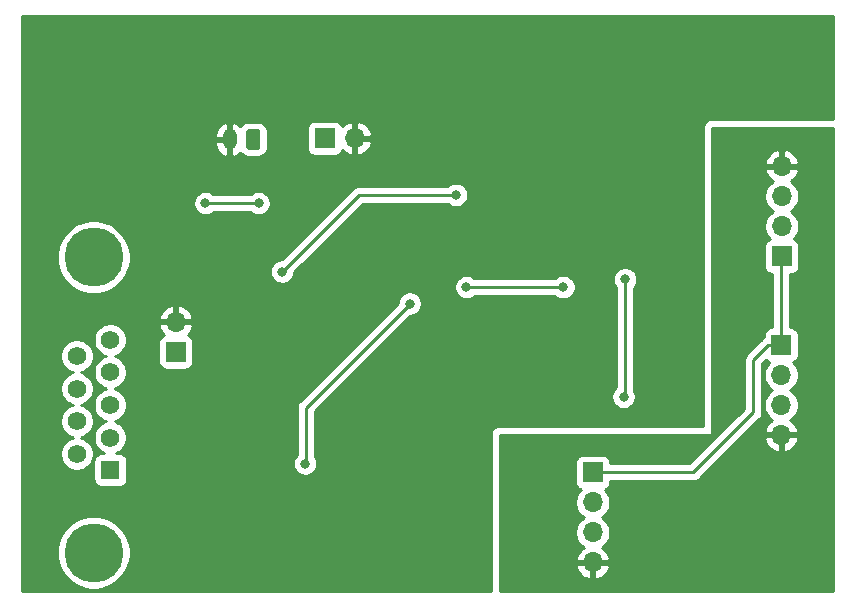
<source format=gbl>
G04 #@! TF.GenerationSoftware,KiCad,Pcbnew,(5.1.5-0)*
G04 #@! TF.CreationDate,2021-10-28T15:17:10-06:00*
G04 #@! TF.ProjectId,square_lockin,73717561-7265-45f6-9c6f-636b696e2e6b,rev?*
G04 #@! TF.SameCoordinates,Original*
G04 #@! TF.FileFunction,Copper,L2,Bot*
G04 #@! TF.FilePolarity,Positive*
%FSLAX46Y46*%
G04 Gerber Fmt 4.6, Leading zero omitted, Abs format (unit mm)*
G04 Created by KiCad (PCBNEW (5.1.5-0)) date 2021-10-28 15:17:10*
%MOMM*%
%LPD*%
G04 APERTURE LIST*
%ADD10C,5.000000*%
%ADD11C,1.575000*%
%ADD12R,1.575000X1.575000*%
%ADD13O,1.700000X1.700000*%
%ADD14R,1.700000X1.700000*%
%ADD15O,1.200000X1.750000*%
%ADD16C,0.100000*%
%ADD17C,0.800000*%
%ADD18C,0.250000*%
%ADD19C,0.254000*%
G04 APERTURE END LIST*
D10*
X116730000Y-96080000D03*
D11*
X115310000Y-79440000D03*
X115310000Y-82200000D03*
X115310000Y-84960000D03*
X115310000Y-87720000D03*
X118150000Y-78060000D03*
X118150000Y-80820000D03*
X118150000Y-86340000D03*
D12*
X118150000Y-89100000D03*
D10*
X116730000Y-71080000D03*
D11*
X118150000Y-83580000D03*
D13*
X123700000Y-76560000D03*
D14*
X123700000Y-79100000D03*
D13*
X138840000Y-61000000D03*
D14*
X136300000Y-61000000D03*
D13*
X159000000Y-96920000D03*
X159000000Y-94380000D03*
X159000000Y-91840000D03*
D14*
X159000000Y-89300000D03*
D13*
X174950000Y-86120000D03*
X174950000Y-83580000D03*
X174950000Y-81040000D03*
D14*
X174950000Y-78500000D03*
D13*
X175000000Y-63380000D03*
X175000000Y-65920000D03*
X175000000Y-68460000D03*
D14*
X175000000Y-71000000D03*
D15*
X128250000Y-61100000D03*
G04 #@! TA.AperFunction,ComponentPad*
D16*
G36*
X130624505Y-60226204D02*
G01*
X130648773Y-60229804D01*
X130672572Y-60235765D01*
X130695671Y-60244030D01*
X130717850Y-60254520D01*
X130738893Y-60267132D01*
X130758599Y-60281747D01*
X130776777Y-60298223D01*
X130793253Y-60316401D01*
X130807868Y-60336107D01*
X130820480Y-60357150D01*
X130830970Y-60379329D01*
X130839235Y-60402428D01*
X130845196Y-60426227D01*
X130848796Y-60450495D01*
X130850000Y-60474999D01*
X130850000Y-61725001D01*
X130848796Y-61749505D01*
X130845196Y-61773773D01*
X130839235Y-61797572D01*
X130830970Y-61820671D01*
X130820480Y-61842850D01*
X130807868Y-61863893D01*
X130793253Y-61883599D01*
X130776777Y-61901777D01*
X130758599Y-61918253D01*
X130738893Y-61932868D01*
X130717850Y-61945480D01*
X130695671Y-61955970D01*
X130672572Y-61964235D01*
X130648773Y-61970196D01*
X130624505Y-61973796D01*
X130600001Y-61975000D01*
X129899999Y-61975000D01*
X129875495Y-61973796D01*
X129851227Y-61970196D01*
X129827428Y-61964235D01*
X129804329Y-61955970D01*
X129782150Y-61945480D01*
X129761107Y-61932868D01*
X129741401Y-61918253D01*
X129723223Y-61901777D01*
X129706747Y-61883599D01*
X129692132Y-61863893D01*
X129679520Y-61842850D01*
X129669030Y-61820671D01*
X129660765Y-61797572D01*
X129654804Y-61773773D01*
X129651204Y-61749505D01*
X129650000Y-61725001D01*
X129650000Y-60474999D01*
X129651204Y-60450495D01*
X129654804Y-60426227D01*
X129660765Y-60402428D01*
X129669030Y-60379329D01*
X129679520Y-60357150D01*
X129692132Y-60336107D01*
X129706747Y-60316401D01*
X129723223Y-60298223D01*
X129741401Y-60281747D01*
X129761107Y-60267132D01*
X129782150Y-60254520D01*
X129804329Y-60244030D01*
X129827428Y-60235765D01*
X129851227Y-60229804D01*
X129875495Y-60226204D01*
X129899999Y-60225000D01*
X130600001Y-60225000D01*
X130624505Y-60226204D01*
G37*
G04 #@! TD.AperFunction*
D17*
X151300000Y-68400000D03*
X158200000Y-67200000D03*
X158200000Y-69200000D03*
X146900000Y-75000000D03*
X161730000Y-72945000D03*
X161600000Y-82900000D03*
X126200000Y-66500000D03*
X130700000Y-66500000D03*
X143500000Y-75000000D03*
X134650000Y-88550000D03*
X148300000Y-73600000D03*
X156500000Y-73600000D03*
X147400000Y-65800000D03*
X132700000Y-72300000D03*
X173600000Y-75900000D03*
D18*
X161730000Y-82770000D02*
X161600000Y-82900000D01*
X161730000Y-72945000D02*
X161730000Y-82770000D01*
X130800000Y-66500000D02*
X130700000Y-66500000D01*
X126200000Y-66500000D02*
X130700000Y-66500000D01*
X134700000Y-83800000D02*
X134700000Y-88500000D01*
X143500000Y-75000000D02*
X134700000Y-83800000D01*
X148300000Y-73600000D02*
X156500000Y-73600000D01*
X174950000Y-71050000D02*
X175000000Y-71000000D01*
X174950000Y-78500000D02*
X174950000Y-71050000D01*
X173850000Y-78500000D02*
X172600000Y-79750000D01*
X174950000Y-78500000D02*
X173850000Y-78500000D01*
X172600000Y-79750000D02*
X172600000Y-84200000D01*
X167500000Y-89300000D02*
X159000000Y-89300000D01*
X172600000Y-84200000D02*
X167500000Y-89300000D01*
X132700000Y-72300000D02*
X139200000Y-65800000D01*
X139200000Y-65800000D02*
X147400000Y-65800000D01*
D19*
G36*
X179340000Y-59365000D02*
G01*
X169000000Y-59365000D01*
X168876118Y-59377201D01*
X168756996Y-59413336D01*
X168647213Y-59472017D01*
X168550987Y-59550987D01*
X168472017Y-59647213D01*
X168413336Y-59756996D01*
X168377201Y-59876118D01*
X168365000Y-60000000D01*
X168365000Y-85365000D01*
X151000000Y-85365000D01*
X150876118Y-85377201D01*
X150756996Y-85413336D01*
X150647213Y-85472017D01*
X150550987Y-85550987D01*
X150472017Y-85647213D01*
X150413336Y-85756996D01*
X150377201Y-85876118D01*
X150365000Y-86000000D01*
X150365000Y-99340000D01*
X110660000Y-99340000D01*
X110660000Y-95771229D01*
X113595000Y-95771229D01*
X113595000Y-96388771D01*
X113715476Y-96994446D01*
X113951799Y-97564979D01*
X114294886Y-98078446D01*
X114731554Y-98515114D01*
X115245021Y-98858201D01*
X115815554Y-99094524D01*
X116421229Y-99215000D01*
X117038771Y-99215000D01*
X117644446Y-99094524D01*
X118214979Y-98858201D01*
X118728446Y-98515114D01*
X119165114Y-98078446D01*
X119508201Y-97564979D01*
X119744524Y-96994446D01*
X119865000Y-96388771D01*
X119865000Y-95771229D01*
X119744524Y-95165554D01*
X119508201Y-94595021D01*
X119165114Y-94081554D01*
X118728446Y-93644886D01*
X118214979Y-93301799D01*
X117644446Y-93065476D01*
X117038771Y-92945000D01*
X116421229Y-92945000D01*
X115815554Y-93065476D01*
X115245021Y-93301799D01*
X114731554Y-93644886D01*
X114294886Y-94081554D01*
X113951799Y-94595021D01*
X113715476Y-95165554D01*
X113595000Y-95771229D01*
X110660000Y-95771229D01*
X110660000Y-79299896D01*
X113887500Y-79299896D01*
X113887500Y-79580104D01*
X113942166Y-79854928D01*
X114049397Y-80113806D01*
X114205072Y-80346791D01*
X114403209Y-80544928D01*
X114636194Y-80700603D01*
X114895072Y-80807834D01*
X114956234Y-80820000D01*
X114895072Y-80832166D01*
X114636194Y-80939397D01*
X114403209Y-81095072D01*
X114205072Y-81293209D01*
X114049397Y-81526194D01*
X113942166Y-81785072D01*
X113887500Y-82059896D01*
X113887500Y-82340104D01*
X113942166Y-82614928D01*
X114049397Y-82873806D01*
X114205072Y-83106791D01*
X114403209Y-83304928D01*
X114636194Y-83460603D01*
X114895072Y-83567834D01*
X114956234Y-83580000D01*
X114895072Y-83592166D01*
X114636194Y-83699397D01*
X114403209Y-83855072D01*
X114205072Y-84053209D01*
X114049397Y-84286194D01*
X113942166Y-84545072D01*
X113887500Y-84819896D01*
X113887500Y-85100104D01*
X113942166Y-85374928D01*
X114049397Y-85633806D01*
X114205072Y-85866791D01*
X114403209Y-86064928D01*
X114636194Y-86220603D01*
X114895072Y-86327834D01*
X114956234Y-86340000D01*
X114895072Y-86352166D01*
X114636194Y-86459397D01*
X114403209Y-86615072D01*
X114205072Y-86813209D01*
X114049397Y-87046194D01*
X113942166Y-87305072D01*
X113887500Y-87579896D01*
X113887500Y-87860104D01*
X113942166Y-88134928D01*
X114049397Y-88393806D01*
X114205072Y-88626791D01*
X114403209Y-88824928D01*
X114636194Y-88980603D01*
X114895072Y-89087834D01*
X115169896Y-89142500D01*
X115450104Y-89142500D01*
X115724928Y-89087834D01*
X115983806Y-88980603D01*
X116216791Y-88824928D01*
X116414928Y-88626791D01*
X116570603Y-88393806D01*
X116604281Y-88312500D01*
X116724428Y-88312500D01*
X116724428Y-89887500D01*
X116736688Y-90011982D01*
X116772998Y-90131680D01*
X116831963Y-90241994D01*
X116911315Y-90338685D01*
X117008006Y-90418037D01*
X117118320Y-90477002D01*
X117238018Y-90513312D01*
X117362500Y-90525572D01*
X118937500Y-90525572D01*
X119061982Y-90513312D01*
X119181680Y-90477002D01*
X119291994Y-90418037D01*
X119388685Y-90338685D01*
X119468037Y-90241994D01*
X119527002Y-90131680D01*
X119563312Y-90011982D01*
X119575572Y-89887500D01*
X119575572Y-88448061D01*
X133615000Y-88448061D01*
X133615000Y-88651939D01*
X133654774Y-88851898D01*
X133732795Y-89040256D01*
X133846063Y-89209774D01*
X133990226Y-89353937D01*
X134159744Y-89467205D01*
X134348102Y-89545226D01*
X134548061Y-89585000D01*
X134751939Y-89585000D01*
X134951898Y-89545226D01*
X135140256Y-89467205D01*
X135309774Y-89353937D01*
X135453937Y-89209774D01*
X135567205Y-89040256D01*
X135645226Y-88851898D01*
X135685000Y-88651939D01*
X135685000Y-88448061D01*
X135645226Y-88248102D01*
X135567205Y-88059744D01*
X135460000Y-87899300D01*
X135460000Y-84114801D01*
X136776740Y-82798061D01*
X160565000Y-82798061D01*
X160565000Y-83001939D01*
X160604774Y-83201898D01*
X160682795Y-83390256D01*
X160796063Y-83559774D01*
X160940226Y-83703937D01*
X161109744Y-83817205D01*
X161298102Y-83895226D01*
X161498061Y-83935000D01*
X161701939Y-83935000D01*
X161901898Y-83895226D01*
X162090256Y-83817205D01*
X162259774Y-83703937D01*
X162403937Y-83559774D01*
X162517205Y-83390256D01*
X162595226Y-83201898D01*
X162635000Y-83001939D01*
X162635000Y-82798061D01*
X162595226Y-82598102D01*
X162517205Y-82409744D01*
X162490000Y-82369029D01*
X162490000Y-73648711D01*
X162533937Y-73604774D01*
X162647205Y-73435256D01*
X162725226Y-73246898D01*
X162765000Y-73046939D01*
X162765000Y-72843061D01*
X162725226Y-72643102D01*
X162647205Y-72454744D01*
X162533937Y-72285226D01*
X162389774Y-72141063D01*
X162220256Y-72027795D01*
X162031898Y-71949774D01*
X161831939Y-71910000D01*
X161628061Y-71910000D01*
X161428102Y-71949774D01*
X161239744Y-72027795D01*
X161070226Y-72141063D01*
X160926063Y-72285226D01*
X160812795Y-72454744D01*
X160734774Y-72643102D01*
X160695000Y-72843061D01*
X160695000Y-73046939D01*
X160734774Y-73246898D01*
X160812795Y-73435256D01*
X160926063Y-73604774D01*
X160970000Y-73648711D01*
X160970001Y-82076168D01*
X160940226Y-82096063D01*
X160796063Y-82240226D01*
X160682795Y-82409744D01*
X160604774Y-82598102D01*
X160565000Y-82798061D01*
X136776740Y-82798061D01*
X143539802Y-76035000D01*
X143601939Y-76035000D01*
X143801898Y-75995226D01*
X143990256Y-75917205D01*
X144159774Y-75803937D01*
X144303937Y-75659774D01*
X144417205Y-75490256D01*
X144495226Y-75301898D01*
X144535000Y-75101939D01*
X144535000Y-74898061D01*
X144495226Y-74698102D01*
X144417205Y-74509744D01*
X144303937Y-74340226D01*
X144159774Y-74196063D01*
X143990256Y-74082795D01*
X143801898Y-74004774D01*
X143601939Y-73965000D01*
X143398061Y-73965000D01*
X143198102Y-74004774D01*
X143009744Y-74082795D01*
X142840226Y-74196063D01*
X142696063Y-74340226D01*
X142582795Y-74509744D01*
X142504774Y-74698102D01*
X142465000Y-74898061D01*
X142465000Y-74960198D01*
X134189003Y-83236196D01*
X134159999Y-83259999D01*
X134123127Y-83304928D01*
X134065026Y-83375724D01*
X134030725Y-83439896D01*
X133994454Y-83507754D01*
X133950997Y-83651015D01*
X133940000Y-83762668D01*
X133940000Y-83762678D01*
X133936324Y-83800000D01*
X133940000Y-83837323D01*
X133940001Y-87796288D01*
X133846063Y-87890226D01*
X133732795Y-88059744D01*
X133654774Y-88248102D01*
X133615000Y-88448061D01*
X119575572Y-88448061D01*
X119575572Y-88312500D01*
X119563312Y-88188018D01*
X119527002Y-88068320D01*
X119468037Y-87958006D01*
X119388685Y-87861315D01*
X119291994Y-87781963D01*
X119181680Y-87722998D01*
X119061982Y-87686688D01*
X118937500Y-87674428D01*
X118645577Y-87674428D01*
X118823806Y-87600603D01*
X119056791Y-87444928D01*
X119254928Y-87246791D01*
X119410603Y-87013806D01*
X119517834Y-86754928D01*
X119572500Y-86480104D01*
X119572500Y-86199896D01*
X119517834Y-85925072D01*
X119410603Y-85666194D01*
X119254928Y-85433209D01*
X119056791Y-85235072D01*
X118823806Y-85079397D01*
X118564928Y-84972166D01*
X118503766Y-84960000D01*
X118564928Y-84947834D01*
X118823806Y-84840603D01*
X119056791Y-84684928D01*
X119254928Y-84486791D01*
X119410603Y-84253806D01*
X119517834Y-83994928D01*
X119572500Y-83720104D01*
X119572500Y-83439896D01*
X119517834Y-83165072D01*
X119410603Y-82906194D01*
X119254928Y-82673209D01*
X119056791Y-82475072D01*
X118823806Y-82319397D01*
X118564928Y-82212166D01*
X118503766Y-82200000D01*
X118564928Y-82187834D01*
X118823806Y-82080603D01*
X119056791Y-81924928D01*
X119254928Y-81726791D01*
X119410603Y-81493806D01*
X119517834Y-81234928D01*
X119572500Y-80960104D01*
X119572500Y-80679896D01*
X119517834Y-80405072D01*
X119410603Y-80146194D01*
X119254928Y-79913209D01*
X119056791Y-79715072D01*
X118823806Y-79559397D01*
X118564928Y-79452166D01*
X118503766Y-79440000D01*
X118564928Y-79427834D01*
X118823806Y-79320603D01*
X119056791Y-79164928D01*
X119254928Y-78966791D01*
X119410603Y-78733806D01*
X119517834Y-78474928D01*
X119562575Y-78250000D01*
X122211928Y-78250000D01*
X122211928Y-79950000D01*
X122224188Y-80074482D01*
X122260498Y-80194180D01*
X122319463Y-80304494D01*
X122398815Y-80401185D01*
X122495506Y-80480537D01*
X122605820Y-80539502D01*
X122725518Y-80575812D01*
X122850000Y-80588072D01*
X124550000Y-80588072D01*
X124674482Y-80575812D01*
X124794180Y-80539502D01*
X124904494Y-80480537D01*
X125001185Y-80401185D01*
X125080537Y-80304494D01*
X125139502Y-80194180D01*
X125175812Y-80074482D01*
X125188072Y-79950000D01*
X125188072Y-78250000D01*
X125175812Y-78125518D01*
X125139502Y-78005820D01*
X125080537Y-77895506D01*
X125001185Y-77798815D01*
X124904494Y-77719463D01*
X124794180Y-77660498D01*
X124713534Y-77636034D01*
X124797588Y-77560269D01*
X124971641Y-77326920D01*
X125096825Y-77064099D01*
X125141476Y-76916890D01*
X125020155Y-76687000D01*
X123827000Y-76687000D01*
X123827000Y-76707000D01*
X123573000Y-76707000D01*
X123573000Y-76687000D01*
X122379845Y-76687000D01*
X122258524Y-76916890D01*
X122303175Y-77064099D01*
X122428359Y-77326920D01*
X122602412Y-77560269D01*
X122686466Y-77636034D01*
X122605820Y-77660498D01*
X122495506Y-77719463D01*
X122398815Y-77798815D01*
X122319463Y-77895506D01*
X122260498Y-78005820D01*
X122224188Y-78125518D01*
X122211928Y-78250000D01*
X119562575Y-78250000D01*
X119572500Y-78200104D01*
X119572500Y-77919896D01*
X119517834Y-77645072D01*
X119410603Y-77386194D01*
X119254928Y-77153209D01*
X119056791Y-76955072D01*
X118823806Y-76799397D01*
X118564928Y-76692166D01*
X118290104Y-76637500D01*
X118009896Y-76637500D01*
X117735072Y-76692166D01*
X117476194Y-76799397D01*
X117243209Y-76955072D01*
X117045072Y-77153209D01*
X116889397Y-77386194D01*
X116782166Y-77645072D01*
X116727500Y-77919896D01*
X116727500Y-78200104D01*
X116782166Y-78474928D01*
X116889397Y-78733806D01*
X117045072Y-78966791D01*
X117243209Y-79164928D01*
X117476194Y-79320603D01*
X117735072Y-79427834D01*
X117796234Y-79440000D01*
X117735072Y-79452166D01*
X117476194Y-79559397D01*
X117243209Y-79715072D01*
X117045072Y-79913209D01*
X116889397Y-80146194D01*
X116782166Y-80405072D01*
X116727500Y-80679896D01*
X116727500Y-80960104D01*
X116782166Y-81234928D01*
X116889397Y-81493806D01*
X117045072Y-81726791D01*
X117243209Y-81924928D01*
X117476194Y-82080603D01*
X117735072Y-82187834D01*
X117796234Y-82200000D01*
X117735072Y-82212166D01*
X117476194Y-82319397D01*
X117243209Y-82475072D01*
X117045072Y-82673209D01*
X116889397Y-82906194D01*
X116782166Y-83165072D01*
X116727500Y-83439896D01*
X116727500Y-83720104D01*
X116782166Y-83994928D01*
X116889397Y-84253806D01*
X117045072Y-84486791D01*
X117243209Y-84684928D01*
X117476194Y-84840603D01*
X117735072Y-84947834D01*
X117796234Y-84960000D01*
X117735072Y-84972166D01*
X117476194Y-85079397D01*
X117243209Y-85235072D01*
X117045072Y-85433209D01*
X116889397Y-85666194D01*
X116782166Y-85925072D01*
X116727500Y-86199896D01*
X116727500Y-86480104D01*
X116782166Y-86754928D01*
X116889397Y-87013806D01*
X117045072Y-87246791D01*
X117243209Y-87444928D01*
X117476194Y-87600603D01*
X117654423Y-87674428D01*
X117362500Y-87674428D01*
X117238018Y-87686688D01*
X117118320Y-87722998D01*
X117008006Y-87781963D01*
X116911315Y-87861315D01*
X116831963Y-87958006D01*
X116772998Y-88068320D01*
X116736688Y-88188018D01*
X116724428Y-88312500D01*
X116604281Y-88312500D01*
X116677834Y-88134928D01*
X116732500Y-87860104D01*
X116732500Y-87579896D01*
X116677834Y-87305072D01*
X116570603Y-87046194D01*
X116414928Y-86813209D01*
X116216791Y-86615072D01*
X115983806Y-86459397D01*
X115724928Y-86352166D01*
X115663766Y-86340000D01*
X115724928Y-86327834D01*
X115983806Y-86220603D01*
X116216791Y-86064928D01*
X116414928Y-85866791D01*
X116570603Y-85633806D01*
X116677834Y-85374928D01*
X116732500Y-85100104D01*
X116732500Y-84819896D01*
X116677834Y-84545072D01*
X116570603Y-84286194D01*
X116414928Y-84053209D01*
X116216791Y-83855072D01*
X115983806Y-83699397D01*
X115724928Y-83592166D01*
X115663766Y-83580000D01*
X115724928Y-83567834D01*
X115983806Y-83460603D01*
X116216791Y-83304928D01*
X116414928Y-83106791D01*
X116570603Y-82873806D01*
X116677834Y-82614928D01*
X116732500Y-82340104D01*
X116732500Y-82059896D01*
X116677834Y-81785072D01*
X116570603Y-81526194D01*
X116414928Y-81293209D01*
X116216791Y-81095072D01*
X115983806Y-80939397D01*
X115724928Y-80832166D01*
X115663766Y-80820000D01*
X115724928Y-80807834D01*
X115983806Y-80700603D01*
X116216791Y-80544928D01*
X116414928Y-80346791D01*
X116570603Y-80113806D01*
X116677834Y-79854928D01*
X116732500Y-79580104D01*
X116732500Y-79299896D01*
X116677834Y-79025072D01*
X116570603Y-78766194D01*
X116414928Y-78533209D01*
X116216791Y-78335072D01*
X115983806Y-78179397D01*
X115724928Y-78072166D01*
X115450104Y-78017500D01*
X115169896Y-78017500D01*
X114895072Y-78072166D01*
X114636194Y-78179397D01*
X114403209Y-78335072D01*
X114205072Y-78533209D01*
X114049397Y-78766194D01*
X113942166Y-79025072D01*
X113887500Y-79299896D01*
X110660000Y-79299896D01*
X110660000Y-76203110D01*
X122258524Y-76203110D01*
X122379845Y-76433000D01*
X123573000Y-76433000D01*
X123573000Y-75239186D01*
X123827000Y-75239186D01*
X123827000Y-76433000D01*
X125020155Y-76433000D01*
X125141476Y-76203110D01*
X125096825Y-76055901D01*
X124971641Y-75793080D01*
X124797588Y-75559731D01*
X124581355Y-75364822D01*
X124331252Y-75215843D01*
X124056891Y-75118519D01*
X123827000Y-75239186D01*
X123573000Y-75239186D01*
X123343109Y-75118519D01*
X123068748Y-75215843D01*
X122818645Y-75364822D01*
X122602412Y-75559731D01*
X122428359Y-75793080D01*
X122303175Y-76055901D01*
X122258524Y-76203110D01*
X110660000Y-76203110D01*
X110660000Y-70771229D01*
X113595000Y-70771229D01*
X113595000Y-71388771D01*
X113715476Y-71994446D01*
X113951799Y-72564979D01*
X114294886Y-73078446D01*
X114731554Y-73515114D01*
X115245021Y-73858201D01*
X115815554Y-74094524D01*
X116421229Y-74215000D01*
X117038771Y-74215000D01*
X117644446Y-74094524D01*
X118214979Y-73858201D01*
X118728446Y-73515114D01*
X118745499Y-73498061D01*
X147265000Y-73498061D01*
X147265000Y-73701939D01*
X147304774Y-73901898D01*
X147382795Y-74090256D01*
X147496063Y-74259774D01*
X147640226Y-74403937D01*
X147809744Y-74517205D01*
X147998102Y-74595226D01*
X148198061Y-74635000D01*
X148401939Y-74635000D01*
X148601898Y-74595226D01*
X148790256Y-74517205D01*
X148959774Y-74403937D01*
X149003711Y-74360000D01*
X155796289Y-74360000D01*
X155840226Y-74403937D01*
X156009744Y-74517205D01*
X156198102Y-74595226D01*
X156398061Y-74635000D01*
X156601939Y-74635000D01*
X156801898Y-74595226D01*
X156990256Y-74517205D01*
X157159774Y-74403937D01*
X157303937Y-74259774D01*
X157417205Y-74090256D01*
X157495226Y-73901898D01*
X157535000Y-73701939D01*
X157535000Y-73498061D01*
X157495226Y-73298102D01*
X157417205Y-73109744D01*
X157303937Y-72940226D01*
X157159774Y-72796063D01*
X156990256Y-72682795D01*
X156801898Y-72604774D01*
X156601939Y-72565000D01*
X156398061Y-72565000D01*
X156198102Y-72604774D01*
X156009744Y-72682795D01*
X155840226Y-72796063D01*
X155796289Y-72840000D01*
X149003711Y-72840000D01*
X148959774Y-72796063D01*
X148790256Y-72682795D01*
X148601898Y-72604774D01*
X148401939Y-72565000D01*
X148198061Y-72565000D01*
X147998102Y-72604774D01*
X147809744Y-72682795D01*
X147640226Y-72796063D01*
X147496063Y-72940226D01*
X147382795Y-73109744D01*
X147304774Y-73298102D01*
X147265000Y-73498061D01*
X118745499Y-73498061D01*
X119165114Y-73078446D01*
X119508201Y-72564979D01*
X119660183Y-72198061D01*
X131665000Y-72198061D01*
X131665000Y-72401939D01*
X131704774Y-72601898D01*
X131782795Y-72790256D01*
X131896063Y-72959774D01*
X132040226Y-73103937D01*
X132209744Y-73217205D01*
X132398102Y-73295226D01*
X132598061Y-73335000D01*
X132801939Y-73335000D01*
X133001898Y-73295226D01*
X133190256Y-73217205D01*
X133359774Y-73103937D01*
X133503937Y-72959774D01*
X133617205Y-72790256D01*
X133695226Y-72601898D01*
X133735000Y-72401939D01*
X133735000Y-72339801D01*
X139514802Y-66560000D01*
X146696289Y-66560000D01*
X146740226Y-66603937D01*
X146909744Y-66717205D01*
X147098102Y-66795226D01*
X147298061Y-66835000D01*
X147501939Y-66835000D01*
X147701898Y-66795226D01*
X147890256Y-66717205D01*
X148059774Y-66603937D01*
X148203937Y-66459774D01*
X148317205Y-66290256D01*
X148395226Y-66101898D01*
X148435000Y-65901939D01*
X148435000Y-65698061D01*
X148395226Y-65498102D01*
X148317205Y-65309744D01*
X148203937Y-65140226D01*
X148059774Y-64996063D01*
X147890256Y-64882795D01*
X147701898Y-64804774D01*
X147501939Y-64765000D01*
X147298061Y-64765000D01*
X147098102Y-64804774D01*
X146909744Y-64882795D01*
X146740226Y-64996063D01*
X146696289Y-65040000D01*
X139237322Y-65040000D01*
X139199999Y-65036324D01*
X139162676Y-65040000D01*
X139162667Y-65040000D01*
X139051014Y-65050997D01*
X138907753Y-65094454D01*
X138775723Y-65165026D01*
X138712894Y-65216589D01*
X138659999Y-65259999D01*
X138636201Y-65288997D01*
X132660199Y-71265000D01*
X132598061Y-71265000D01*
X132398102Y-71304774D01*
X132209744Y-71382795D01*
X132040226Y-71496063D01*
X131896063Y-71640226D01*
X131782795Y-71809744D01*
X131704774Y-71998102D01*
X131665000Y-72198061D01*
X119660183Y-72198061D01*
X119744524Y-71994446D01*
X119865000Y-71388771D01*
X119865000Y-70771229D01*
X119744524Y-70165554D01*
X119508201Y-69595021D01*
X119165114Y-69081554D01*
X118728446Y-68644886D01*
X118214979Y-68301799D01*
X117644446Y-68065476D01*
X117038771Y-67945000D01*
X116421229Y-67945000D01*
X115815554Y-68065476D01*
X115245021Y-68301799D01*
X114731554Y-68644886D01*
X114294886Y-69081554D01*
X113951799Y-69595021D01*
X113715476Y-70165554D01*
X113595000Y-70771229D01*
X110660000Y-70771229D01*
X110660000Y-66398061D01*
X125165000Y-66398061D01*
X125165000Y-66601939D01*
X125204774Y-66801898D01*
X125282795Y-66990256D01*
X125396063Y-67159774D01*
X125540226Y-67303937D01*
X125709744Y-67417205D01*
X125898102Y-67495226D01*
X126098061Y-67535000D01*
X126301939Y-67535000D01*
X126501898Y-67495226D01*
X126690256Y-67417205D01*
X126859774Y-67303937D01*
X126903711Y-67260000D01*
X129996289Y-67260000D01*
X130040226Y-67303937D01*
X130209744Y-67417205D01*
X130398102Y-67495226D01*
X130598061Y-67535000D01*
X130801939Y-67535000D01*
X131001898Y-67495226D01*
X131190256Y-67417205D01*
X131359774Y-67303937D01*
X131503937Y-67159774D01*
X131617205Y-66990256D01*
X131695226Y-66801898D01*
X131735000Y-66601939D01*
X131735000Y-66398061D01*
X131695226Y-66198102D01*
X131617205Y-66009744D01*
X131503937Y-65840226D01*
X131359774Y-65696063D01*
X131190256Y-65582795D01*
X131001898Y-65504774D01*
X130801939Y-65465000D01*
X130598061Y-65465000D01*
X130398102Y-65504774D01*
X130209744Y-65582795D01*
X130040226Y-65696063D01*
X129996289Y-65740000D01*
X126903711Y-65740000D01*
X126859774Y-65696063D01*
X126690256Y-65582795D01*
X126501898Y-65504774D01*
X126301939Y-65465000D01*
X126098061Y-65465000D01*
X125898102Y-65504774D01*
X125709744Y-65582795D01*
X125540226Y-65696063D01*
X125396063Y-65840226D01*
X125282795Y-66009744D01*
X125204774Y-66198102D01*
X125165000Y-66398061D01*
X110660000Y-66398061D01*
X110660000Y-61227000D01*
X127015000Y-61227000D01*
X127015000Y-61502000D01*
X127063507Y-61740496D01*
X127157610Y-61964946D01*
X127293693Y-62166725D01*
X127466526Y-62338078D01*
X127669467Y-62472421D01*
X127894718Y-62564591D01*
X127932391Y-62568462D01*
X128123000Y-62443731D01*
X128123000Y-61227000D01*
X127015000Y-61227000D01*
X110660000Y-61227000D01*
X110660000Y-60698000D01*
X127015000Y-60698000D01*
X127015000Y-60973000D01*
X128123000Y-60973000D01*
X128123000Y-59756269D01*
X128377000Y-59756269D01*
X128377000Y-60973000D01*
X128397000Y-60973000D01*
X128397000Y-61227000D01*
X128377000Y-61227000D01*
X128377000Y-62443731D01*
X128567609Y-62568462D01*
X128605282Y-62564591D01*
X128830533Y-62472421D01*
X129033474Y-62338078D01*
X129159033Y-62213594D01*
X129161595Y-62218387D01*
X129272038Y-62352962D01*
X129406613Y-62463405D01*
X129560149Y-62545472D01*
X129726745Y-62596008D01*
X129899999Y-62613072D01*
X130600001Y-62613072D01*
X130773255Y-62596008D01*
X130939851Y-62545472D01*
X131093387Y-62463405D01*
X131227962Y-62352962D01*
X131338405Y-62218387D01*
X131420472Y-62064851D01*
X131471008Y-61898255D01*
X131488072Y-61725001D01*
X131488072Y-60474999D01*
X131471008Y-60301745D01*
X131424977Y-60150000D01*
X134811928Y-60150000D01*
X134811928Y-61850000D01*
X134824188Y-61974482D01*
X134860498Y-62094180D01*
X134919463Y-62204494D01*
X134998815Y-62301185D01*
X135095506Y-62380537D01*
X135205820Y-62439502D01*
X135325518Y-62475812D01*
X135450000Y-62488072D01*
X137150000Y-62488072D01*
X137274482Y-62475812D01*
X137394180Y-62439502D01*
X137504494Y-62380537D01*
X137601185Y-62301185D01*
X137680537Y-62204494D01*
X137739502Y-62094180D01*
X137763966Y-62013534D01*
X137839731Y-62097588D01*
X138073080Y-62271641D01*
X138335901Y-62396825D01*
X138483110Y-62441476D01*
X138713000Y-62320155D01*
X138713000Y-61127000D01*
X138967000Y-61127000D01*
X138967000Y-62320155D01*
X139196890Y-62441476D01*
X139344099Y-62396825D01*
X139606920Y-62271641D01*
X139840269Y-62097588D01*
X140035178Y-61881355D01*
X140184157Y-61631252D01*
X140281481Y-61356891D01*
X140160814Y-61127000D01*
X138967000Y-61127000D01*
X138713000Y-61127000D01*
X138693000Y-61127000D01*
X138693000Y-60873000D01*
X138713000Y-60873000D01*
X138713000Y-59679845D01*
X138967000Y-59679845D01*
X138967000Y-60873000D01*
X140160814Y-60873000D01*
X140281481Y-60643109D01*
X140184157Y-60368748D01*
X140035178Y-60118645D01*
X139840269Y-59902412D01*
X139606920Y-59728359D01*
X139344099Y-59603175D01*
X139196890Y-59558524D01*
X138967000Y-59679845D01*
X138713000Y-59679845D01*
X138483110Y-59558524D01*
X138335901Y-59603175D01*
X138073080Y-59728359D01*
X137839731Y-59902412D01*
X137763966Y-59986466D01*
X137739502Y-59905820D01*
X137680537Y-59795506D01*
X137601185Y-59698815D01*
X137504494Y-59619463D01*
X137394180Y-59560498D01*
X137274482Y-59524188D01*
X137150000Y-59511928D01*
X135450000Y-59511928D01*
X135325518Y-59524188D01*
X135205820Y-59560498D01*
X135095506Y-59619463D01*
X134998815Y-59698815D01*
X134919463Y-59795506D01*
X134860498Y-59905820D01*
X134824188Y-60025518D01*
X134811928Y-60150000D01*
X131424977Y-60150000D01*
X131420472Y-60135149D01*
X131338405Y-59981613D01*
X131227962Y-59847038D01*
X131093387Y-59736595D01*
X130939851Y-59654528D01*
X130773255Y-59603992D01*
X130600001Y-59586928D01*
X129899999Y-59586928D01*
X129726745Y-59603992D01*
X129560149Y-59654528D01*
X129406613Y-59736595D01*
X129272038Y-59847038D01*
X129161595Y-59981613D01*
X129159033Y-59986406D01*
X129033474Y-59861922D01*
X128830533Y-59727579D01*
X128605282Y-59635409D01*
X128567609Y-59631538D01*
X128377000Y-59756269D01*
X128123000Y-59756269D01*
X127932391Y-59631538D01*
X127894718Y-59635409D01*
X127669467Y-59727579D01*
X127466526Y-59861922D01*
X127293693Y-60033275D01*
X127157610Y-60235054D01*
X127063507Y-60459504D01*
X127015000Y-60698000D01*
X110660000Y-60698000D01*
X110660000Y-50660000D01*
X179340000Y-50660000D01*
X179340000Y-59365000D01*
G37*
X179340000Y-59365000D02*
X169000000Y-59365000D01*
X168876118Y-59377201D01*
X168756996Y-59413336D01*
X168647213Y-59472017D01*
X168550987Y-59550987D01*
X168472017Y-59647213D01*
X168413336Y-59756996D01*
X168377201Y-59876118D01*
X168365000Y-60000000D01*
X168365000Y-85365000D01*
X151000000Y-85365000D01*
X150876118Y-85377201D01*
X150756996Y-85413336D01*
X150647213Y-85472017D01*
X150550987Y-85550987D01*
X150472017Y-85647213D01*
X150413336Y-85756996D01*
X150377201Y-85876118D01*
X150365000Y-86000000D01*
X150365000Y-99340000D01*
X110660000Y-99340000D01*
X110660000Y-95771229D01*
X113595000Y-95771229D01*
X113595000Y-96388771D01*
X113715476Y-96994446D01*
X113951799Y-97564979D01*
X114294886Y-98078446D01*
X114731554Y-98515114D01*
X115245021Y-98858201D01*
X115815554Y-99094524D01*
X116421229Y-99215000D01*
X117038771Y-99215000D01*
X117644446Y-99094524D01*
X118214979Y-98858201D01*
X118728446Y-98515114D01*
X119165114Y-98078446D01*
X119508201Y-97564979D01*
X119744524Y-96994446D01*
X119865000Y-96388771D01*
X119865000Y-95771229D01*
X119744524Y-95165554D01*
X119508201Y-94595021D01*
X119165114Y-94081554D01*
X118728446Y-93644886D01*
X118214979Y-93301799D01*
X117644446Y-93065476D01*
X117038771Y-92945000D01*
X116421229Y-92945000D01*
X115815554Y-93065476D01*
X115245021Y-93301799D01*
X114731554Y-93644886D01*
X114294886Y-94081554D01*
X113951799Y-94595021D01*
X113715476Y-95165554D01*
X113595000Y-95771229D01*
X110660000Y-95771229D01*
X110660000Y-79299896D01*
X113887500Y-79299896D01*
X113887500Y-79580104D01*
X113942166Y-79854928D01*
X114049397Y-80113806D01*
X114205072Y-80346791D01*
X114403209Y-80544928D01*
X114636194Y-80700603D01*
X114895072Y-80807834D01*
X114956234Y-80820000D01*
X114895072Y-80832166D01*
X114636194Y-80939397D01*
X114403209Y-81095072D01*
X114205072Y-81293209D01*
X114049397Y-81526194D01*
X113942166Y-81785072D01*
X113887500Y-82059896D01*
X113887500Y-82340104D01*
X113942166Y-82614928D01*
X114049397Y-82873806D01*
X114205072Y-83106791D01*
X114403209Y-83304928D01*
X114636194Y-83460603D01*
X114895072Y-83567834D01*
X114956234Y-83580000D01*
X114895072Y-83592166D01*
X114636194Y-83699397D01*
X114403209Y-83855072D01*
X114205072Y-84053209D01*
X114049397Y-84286194D01*
X113942166Y-84545072D01*
X113887500Y-84819896D01*
X113887500Y-85100104D01*
X113942166Y-85374928D01*
X114049397Y-85633806D01*
X114205072Y-85866791D01*
X114403209Y-86064928D01*
X114636194Y-86220603D01*
X114895072Y-86327834D01*
X114956234Y-86340000D01*
X114895072Y-86352166D01*
X114636194Y-86459397D01*
X114403209Y-86615072D01*
X114205072Y-86813209D01*
X114049397Y-87046194D01*
X113942166Y-87305072D01*
X113887500Y-87579896D01*
X113887500Y-87860104D01*
X113942166Y-88134928D01*
X114049397Y-88393806D01*
X114205072Y-88626791D01*
X114403209Y-88824928D01*
X114636194Y-88980603D01*
X114895072Y-89087834D01*
X115169896Y-89142500D01*
X115450104Y-89142500D01*
X115724928Y-89087834D01*
X115983806Y-88980603D01*
X116216791Y-88824928D01*
X116414928Y-88626791D01*
X116570603Y-88393806D01*
X116604281Y-88312500D01*
X116724428Y-88312500D01*
X116724428Y-89887500D01*
X116736688Y-90011982D01*
X116772998Y-90131680D01*
X116831963Y-90241994D01*
X116911315Y-90338685D01*
X117008006Y-90418037D01*
X117118320Y-90477002D01*
X117238018Y-90513312D01*
X117362500Y-90525572D01*
X118937500Y-90525572D01*
X119061982Y-90513312D01*
X119181680Y-90477002D01*
X119291994Y-90418037D01*
X119388685Y-90338685D01*
X119468037Y-90241994D01*
X119527002Y-90131680D01*
X119563312Y-90011982D01*
X119575572Y-89887500D01*
X119575572Y-88448061D01*
X133615000Y-88448061D01*
X133615000Y-88651939D01*
X133654774Y-88851898D01*
X133732795Y-89040256D01*
X133846063Y-89209774D01*
X133990226Y-89353937D01*
X134159744Y-89467205D01*
X134348102Y-89545226D01*
X134548061Y-89585000D01*
X134751939Y-89585000D01*
X134951898Y-89545226D01*
X135140256Y-89467205D01*
X135309774Y-89353937D01*
X135453937Y-89209774D01*
X135567205Y-89040256D01*
X135645226Y-88851898D01*
X135685000Y-88651939D01*
X135685000Y-88448061D01*
X135645226Y-88248102D01*
X135567205Y-88059744D01*
X135460000Y-87899300D01*
X135460000Y-84114801D01*
X136776740Y-82798061D01*
X160565000Y-82798061D01*
X160565000Y-83001939D01*
X160604774Y-83201898D01*
X160682795Y-83390256D01*
X160796063Y-83559774D01*
X160940226Y-83703937D01*
X161109744Y-83817205D01*
X161298102Y-83895226D01*
X161498061Y-83935000D01*
X161701939Y-83935000D01*
X161901898Y-83895226D01*
X162090256Y-83817205D01*
X162259774Y-83703937D01*
X162403937Y-83559774D01*
X162517205Y-83390256D01*
X162595226Y-83201898D01*
X162635000Y-83001939D01*
X162635000Y-82798061D01*
X162595226Y-82598102D01*
X162517205Y-82409744D01*
X162490000Y-82369029D01*
X162490000Y-73648711D01*
X162533937Y-73604774D01*
X162647205Y-73435256D01*
X162725226Y-73246898D01*
X162765000Y-73046939D01*
X162765000Y-72843061D01*
X162725226Y-72643102D01*
X162647205Y-72454744D01*
X162533937Y-72285226D01*
X162389774Y-72141063D01*
X162220256Y-72027795D01*
X162031898Y-71949774D01*
X161831939Y-71910000D01*
X161628061Y-71910000D01*
X161428102Y-71949774D01*
X161239744Y-72027795D01*
X161070226Y-72141063D01*
X160926063Y-72285226D01*
X160812795Y-72454744D01*
X160734774Y-72643102D01*
X160695000Y-72843061D01*
X160695000Y-73046939D01*
X160734774Y-73246898D01*
X160812795Y-73435256D01*
X160926063Y-73604774D01*
X160970000Y-73648711D01*
X160970001Y-82076168D01*
X160940226Y-82096063D01*
X160796063Y-82240226D01*
X160682795Y-82409744D01*
X160604774Y-82598102D01*
X160565000Y-82798061D01*
X136776740Y-82798061D01*
X143539802Y-76035000D01*
X143601939Y-76035000D01*
X143801898Y-75995226D01*
X143990256Y-75917205D01*
X144159774Y-75803937D01*
X144303937Y-75659774D01*
X144417205Y-75490256D01*
X144495226Y-75301898D01*
X144535000Y-75101939D01*
X144535000Y-74898061D01*
X144495226Y-74698102D01*
X144417205Y-74509744D01*
X144303937Y-74340226D01*
X144159774Y-74196063D01*
X143990256Y-74082795D01*
X143801898Y-74004774D01*
X143601939Y-73965000D01*
X143398061Y-73965000D01*
X143198102Y-74004774D01*
X143009744Y-74082795D01*
X142840226Y-74196063D01*
X142696063Y-74340226D01*
X142582795Y-74509744D01*
X142504774Y-74698102D01*
X142465000Y-74898061D01*
X142465000Y-74960198D01*
X134189003Y-83236196D01*
X134159999Y-83259999D01*
X134123127Y-83304928D01*
X134065026Y-83375724D01*
X134030725Y-83439896D01*
X133994454Y-83507754D01*
X133950997Y-83651015D01*
X133940000Y-83762668D01*
X133940000Y-83762678D01*
X133936324Y-83800000D01*
X133940000Y-83837323D01*
X133940001Y-87796288D01*
X133846063Y-87890226D01*
X133732795Y-88059744D01*
X133654774Y-88248102D01*
X133615000Y-88448061D01*
X119575572Y-88448061D01*
X119575572Y-88312500D01*
X119563312Y-88188018D01*
X119527002Y-88068320D01*
X119468037Y-87958006D01*
X119388685Y-87861315D01*
X119291994Y-87781963D01*
X119181680Y-87722998D01*
X119061982Y-87686688D01*
X118937500Y-87674428D01*
X118645577Y-87674428D01*
X118823806Y-87600603D01*
X119056791Y-87444928D01*
X119254928Y-87246791D01*
X119410603Y-87013806D01*
X119517834Y-86754928D01*
X119572500Y-86480104D01*
X119572500Y-86199896D01*
X119517834Y-85925072D01*
X119410603Y-85666194D01*
X119254928Y-85433209D01*
X119056791Y-85235072D01*
X118823806Y-85079397D01*
X118564928Y-84972166D01*
X118503766Y-84960000D01*
X118564928Y-84947834D01*
X118823806Y-84840603D01*
X119056791Y-84684928D01*
X119254928Y-84486791D01*
X119410603Y-84253806D01*
X119517834Y-83994928D01*
X119572500Y-83720104D01*
X119572500Y-83439896D01*
X119517834Y-83165072D01*
X119410603Y-82906194D01*
X119254928Y-82673209D01*
X119056791Y-82475072D01*
X118823806Y-82319397D01*
X118564928Y-82212166D01*
X118503766Y-82200000D01*
X118564928Y-82187834D01*
X118823806Y-82080603D01*
X119056791Y-81924928D01*
X119254928Y-81726791D01*
X119410603Y-81493806D01*
X119517834Y-81234928D01*
X119572500Y-80960104D01*
X119572500Y-80679896D01*
X119517834Y-80405072D01*
X119410603Y-80146194D01*
X119254928Y-79913209D01*
X119056791Y-79715072D01*
X118823806Y-79559397D01*
X118564928Y-79452166D01*
X118503766Y-79440000D01*
X118564928Y-79427834D01*
X118823806Y-79320603D01*
X119056791Y-79164928D01*
X119254928Y-78966791D01*
X119410603Y-78733806D01*
X119517834Y-78474928D01*
X119562575Y-78250000D01*
X122211928Y-78250000D01*
X122211928Y-79950000D01*
X122224188Y-80074482D01*
X122260498Y-80194180D01*
X122319463Y-80304494D01*
X122398815Y-80401185D01*
X122495506Y-80480537D01*
X122605820Y-80539502D01*
X122725518Y-80575812D01*
X122850000Y-80588072D01*
X124550000Y-80588072D01*
X124674482Y-80575812D01*
X124794180Y-80539502D01*
X124904494Y-80480537D01*
X125001185Y-80401185D01*
X125080537Y-80304494D01*
X125139502Y-80194180D01*
X125175812Y-80074482D01*
X125188072Y-79950000D01*
X125188072Y-78250000D01*
X125175812Y-78125518D01*
X125139502Y-78005820D01*
X125080537Y-77895506D01*
X125001185Y-77798815D01*
X124904494Y-77719463D01*
X124794180Y-77660498D01*
X124713534Y-77636034D01*
X124797588Y-77560269D01*
X124971641Y-77326920D01*
X125096825Y-77064099D01*
X125141476Y-76916890D01*
X125020155Y-76687000D01*
X123827000Y-76687000D01*
X123827000Y-76707000D01*
X123573000Y-76707000D01*
X123573000Y-76687000D01*
X122379845Y-76687000D01*
X122258524Y-76916890D01*
X122303175Y-77064099D01*
X122428359Y-77326920D01*
X122602412Y-77560269D01*
X122686466Y-77636034D01*
X122605820Y-77660498D01*
X122495506Y-77719463D01*
X122398815Y-77798815D01*
X122319463Y-77895506D01*
X122260498Y-78005820D01*
X122224188Y-78125518D01*
X122211928Y-78250000D01*
X119562575Y-78250000D01*
X119572500Y-78200104D01*
X119572500Y-77919896D01*
X119517834Y-77645072D01*
X119410603Y-77386194D01*
X119254928Y-77153209D01*
X119056791Y-76955072D01*
X118823806Y-76799397D01*
X118564928Y-76692166D01*
X118290104Y-76637500D01*
X118009896Y-76637500D01*
X117735072Y-76692166D01*
X117476194Y-76799397D01*
X117243209Y-76955072D01*
X117045072Y-77153209D01*
X116889397Y-77386194D01*
X116782166Y-77645072D01*
X116727500Y-77919896D01*
X116727500Y-78200104D01*
X116782166Y-78474928D01*
X116889397Y-78733806D01*
X117045072Y-78966791D01*
X117243209Y-79164928D01*
X117476194Y-79320603D01*
X117735072Y-79427834D01*
X117796234Y-79440000D01*
X117735072Y-79452166D01*
X117476194Y-79559397D01*
X117243209Y-79715072D01*
X117045072Y-79913209D01*
X116889397Y-80146194D01*
X116782166Y-80405072D01*
X116727500Y-80679896D01*
X116727500Y-80960104D01*
X116782166Y-81234928D01*
X116889397Y-81493806D01*
X117045072Y-81726791D01*
X117243209Y-81924928D01*
X117476194Y-82080603D01*
X117735072Y-82187834D01*
X117796234Y-82200000D01*
X117735072Y-82212166D01*
X117476194Y-82319397D01*
X117243209Y-82475072D01*
X117045072Y-82673209D01*
X116889397Y-82906194D01*
X116782166Y-83165072D01*
X116727500Y-83439896D01*
X116727500Y-83720104D01*
X116782166Y-83994928D01*
X116889397Y-84253806D01*
X117045072Y-84486791D01*
X117243209Y-84684928D01*
X117476194Y-84840603D01*
X117735072Y-84947834D01*
X117796234Y-84960000D01*
X117735072Y-84972166D01*
X117476194Y-85079397D01*
X117243209Y-85235072D01*
X117045072Y-85433209D01*
X116889397Y-85666194D01*
X116782166Y-85925072D01*
X116727500Y-86199896D01*
X116727500Y-86480104D01*
X116782166Y-86754928D01*
X116889397Y-87013806D01*
X117045072Y-87246791D01*
X117243209Y-87444928D01*
X117476194Y-87600603D01*
X117654423Y-87674428D01*
X117362500Y-87674428D01*
X117238018Y-87686688D01*
X117118320Y-87722998D01*
X117008006Y-87781963D01*
X116911315Y-87861315D01*
X116831963Y-87958006D01*
X116772998Y-88068320D01*
X116736688Y-88188018D01*
X116724428Y-88312500D01*
X116604281Y-88312500D01*
X116677834Y-88134928D01*
X116732500Y-87860104D01*
X116732500Y-87579896D01*
X116677834Y-87305072D01*
X116570603Y-87046194D01*
X116414928Y-86813209D01*
X116216791Y-86615072D01*
X115983806Y-86459397D01*
X115724928Y-86352166D01*
X115663766Y-86340000D01*
X115724928Y-86327834D01*
X115983806Y-86220603D01*
X116216791Y-86064928D01*
X116414928Y-85866791D01*
X116570603Y-85633806D01*
X116677834Y-85374928D01*
X116732500Y-85100104D01*
X116732500Y-84819896D01*
X116677834Y-84545072D01*
X116570603Y-84286194D01*
X116414928Y-84053209D01*
X116216791Y-83855072D01*
X115983806Y-83699397D01*
X115724928Y-83592166D01*
X115663766Y-83580000D01*
X115724928Y-83567834D01*
X115983806Y-83460603D01*
X116216791Y-83304928D01*
X116414928Y-83106791D01*
X116570603Y-82873806D01*
X116677834Y-82614928D01*
X116732500Y-82340104D01*
X116732500Y-82059896D01*
X116677834Y-81785072D01*
X116570603Y-81526194D01*
X116414928Y-81293209D01*
X116216791Y-81095072D01*
X115983806Y-80939397D01*
X115724928Y-80832166D01*
X115663766Y-80820000D01*
X115724928Y-80807834D01*
X115983806Y-80700603D01*
X116216791Y-80544928D01*
X116414928Y-80346791D01*
X116570603Y-80113806D01*
X116677834Y-79854928D01*
X116732500Y-79580104D01*
X116732500Y-79299896D01*
X116677834Y-79025072D01*
X116570603Y-78766194D01*
X116414928Y-78533209D01*
X116216791Y-78335072D01*
X115983806Y-78179397D01*
X115724928Y-78072166D01*
X115450104Y-78017500D01*
X115169896Y-78017500D01*
X114895072Y-78072166D01*
X114636194Y-78179397D01*
X114403209Y-78335072D01*
X114205072Y-78533209D01*
X114049397Y-78766194D01*
X113942166Y-79025072D01*
X113887500Y-79299896D01*
X110660000Y-79299896D01*
X110660000Y-76203110D01*
X122258524Y-76203110D01*
X122379845Y-76433000D01*
X123573000Y-76433000D01*
X123573000Y-75239186D01*
X123827000Y-75239186D01*
X123827000Y-76433000D01*
X125020155Y-76433000D01*
X125141476Y-76203110D01*
X125096825Y-76055901D01*
X124971641Y-75793080D01*
X124797588Y-75559731D01*
X124581355Y-75364822D01*
X124331252Y-75215843D01*
X124056891Y-75118519D01*
X123827000Y-75239186D01*
X123573000Y-75239186D01*
X123343109Y-75118519D01*
X123068748Y-75215843D01*
X122818645Y-75364822D01*
X122602412Y-75559731D01*
X122428359Y-75793080D01*
X122303175Y-76055901D01*
X122258524Y-76203110D01*
X110660000Y-76203110D01*
X110660000Y-70771229D01*
X113595000Y-70771229D01*
X113595000Y-71388771D01*
X113715476Y-71994446D01*
X113951799Y-72564979D01*
X114294886Y-73078446D01*
X114731554Y-73515114D01*
X115245021Y-73858201D01*
X115815554Y-74094524D01*
X116421229Y-74215000D01*
X117038771Y-74215000D01*
X117644446Y-74094524D01*
X118214979Y-73858201D01*
X118728446Y-73515114D01*
X118745499Y-73498061D01*
X147265000Y-73498061D01*
X147265000Y-73701939D01*
X147304774Y-73901898D01*
X147382795Y-74090256D01*
X147496063Y-74259774D01*
X147640226Y-74403937D01*
X147809744Y-74517205D01*
X147998102Y-74595226D01*
X148198061Y-74635000D01*
X148401939Y-74635000D01*
X148601898Y-74595226D01*
X148790256Y-74517205D01*
X148959774Y-74403937D01*
X149003711Y-74360000D01*
X155796289Y-74360000D01*
X155840226Y-74403937D01*
X156009744Y-74517205D01*
X156198102Y-74595226D01*
X156398061Y-74635000D01*
X156601939Y-74635000D01*
X156801898Y-74595226D01*
X156990256Y-74517205D01*
X157159774Y-74403937D01*
X157303937Y-74259774D01*
X157417205Y-74090256D01*
X157495226Y-73901898D01*
X157535000Y-73701939D01*
X157535000Y-73498061D01*
X157495226Y-73298102D01*
X157417205Y-73109744D01*
X157303937Y-72940226D01*
X157159774Y-72796063D01*
X156990256Y-72682795D01*
X156801898Y-72604774D01*
X156601939Y-72565000D01*
X156398061Y-72565000D01*
X156198102Y-72604774D01*
X156009744Y-72682795D01*
X155840226Y-72796063D01*
X155796289Y-72840000D01*
X149003711Y-72840000D01*
X148959774Y-72796063D01*
X148790256Y-72682795D01*
X148601898Y-72604774D01*
X148401939Y-72565000D01*
X148198061Y-72565000D01*
X147998102Y-72604774D01*
X147809744Y-72682795D01*
X147640226Y-72796063D01*
X147496063Y-72940226D01*
X147382795Y-73109744D01*
X147304774Y-73298102D01*
X147265000Y-73498061D01*
X118745499Y-73498061D01*
X119165114Y-73078446D01*
X119508201Y-72564979D01*
X119660183Y-72198061D01*
X131665000Y-72198061D01*
X131665000Y-72401939D01*
X131704774Y-72601898D01*
X131782795Y-72790256D01*
X131896063Y-72959774D01*
X132040226Y-73103937D01*
X132209744Y-73217205D01*
X132398102Y-73295226D01*
X132598061Y-73335000D01*
X132801939Y-73335000D01*
X133001898Y-73295226D01*
X133190256Y-73217205D01*
X133359774Y-73103937D01*
X133503937Y-72959774D01*
X133617205Y-72790256D01*
X133695226Y-72601898D01*
X133735000Y-72401939D01*
X133735000Y-72339801D01*
X139514802Y-66560000D01*
X146696289Y-66560000D01*
X146740226Y-66603937D01*
X146909744Y-66717205D01*
X147098102Y-66795226D01*
X147298061Y-66835000D01*
X147501939Y-66835000D01*
X147701898Y-66795226D01*
X147890256Y-66717205D01*
X148059774Y-66603937D01*
X148203937Y-66459774D01*
X148317205Y-66290256D01*
X148395226Y-66101898D01*
X148435000Y-65901939D01*
X148435000Y-65698061D01*
X148395226Y-65498102D01*
X148317205Y-65309744D01*
X148203937Y-65140226D01*
X148059774Y-64996063D01*
X147890256Y-64882795D01*
X147701898Y-64804774D01*
X147501939Y-64765000D01*
X147298061Y-64765000D01*
X147098102Y-64804774D01*
X146909744Y-64882795D01*
X146740226Y-64996063D01*
X146696289Y-65040000D01*
X139237322Y-65040000D01*
X139199999Y-65036324D01*
X139162676Y-65040000D01*
X139162667Y-65040000D01*
X139051014Y-65050997D01*
X138907753Y-65094454D01*
X138775723Y-65165026D01*
X138712894Y-65216589D01*
X138659999Y-65259999D01*
X138636201Y-65288997D01*
X132660199Y-71265000D01*
X132598061Y-71265000D01*
X132398102Y-71304774D01*
X132209744Y-71382795D01*
X132040226Y-71496063D01*
X131896063Y-71640226D01*
X131782795Y-71809744D01*
X131704774Y-71998102D01*
X131665000Y-72198061D01*
X119660183Y-72198061D01*
X119744524Y-71994446D01*
X119865000Y-71388771D01*
X119865000Y-70771229D01*
X119744524Y-70165554D01*
X119508201Y-69595021D01*
X119165114Y-69081554D01*
X118728446Y-68644886D01*
X118214979Y-68301799D01*
X117644446Y-68065476D01*
X117038771Y-67945000D01*
X116421229Y-67945000D01*
X115815554Y-68065476D01*
X115245021Y-68301799D01*
X114731554Y-68644886D01*
X114294886Y-69081554D01*
X113951799Y-69595021D01*
X113715476Y-70165554D01*
X113595000Y-70771229D01*
X110660000Y-70771229D01*
X110660000Y-66398061D01*
X125165000Y-66398061D01*
X125165000Y-66601939D01*
X125204774Y-66801898D01*
X125282795Y-66990256D01*
X125396063Y-67159774D01*
X125540226Y-67303937D01*
X125709744Y-67417205D01*
X125898102Y-67495226D01*
X126098061Y-67535000D01*
X126301939Y-67535000D01*
X126501898Y-67495226D01*
X126690256Y-67417205D01*
X126859774Y-67303937D01*
X126903711Y-67260000D01*
X129996289Y-67260000D01*
X130040226Y-67303937D01*
X130209744Y-67417205D01*
X130398102Y-67495226D01*
X130598061Y-67535000D01*
X130801939Y-67535000D01*
X131001898Y-67495226D01*
X131190256Y-67417205D01*
X131359774Y-67303937D01*
X131503937Y-67159774D01*
X131617205Y-66990256D01*
X131695226Y-66801898D01*
X131735000Y-66601939D01*
X131735000Y-66398061D01*
X131695226Y-66198102D01*
X131617205Y-66009744D01*
X131503937Y-65840226D01*
X131359774Y-65696063D01*
X131190256Y-65582795D01*
X131001898Y-65504774D01*
X130801939Y-65465000D01*
X130598061Y-65465000D01*
X130398102Y-65504774D01*
X130209744Y-65582795D01*
X130040226Y-65696063D01*
X129996289Y-65740000D01*
X126903711Y-65740000D01*
X126859774Y-65696063D01*
X126690256Y-65582795D01*
X126501898Y-65504774D01*
X126301939Y-65465000D01*
X126098061Y-65465000D01*
X125898102Y-65504774D01*
X125709744Y-65582795D01*
X125540226Y-65696063D01*
X125396063Y-65840226D01*
X125282795Y-66009744D01*
X125204774Y-66198102D01*
X125165000Y-66398061D01*
X110660000Y-66398061D01*
X110660000Y-61227000D01*
X127015000Y-61227000D01*
X127015000Y-61502000D01*
X127063507Y-61740496D01*
X127157610Y-61964946D01*
X127293693Y-62166725D01*
X127466526Y-62338078D01*
X127669467Y-62472421D01*
X127894718Y-62564591D01*
X127932391Y-62568462D01*
X128123000Y-62443731D01*
X128123000Y-61227000D01*
X127015000Y-61227000D01*
X110660000Y-61227000D01*
X110660000Y-60698000D01*
X127015000Y-60698000D01*
X127015000Y-60973000D01*
X128123000Y-60973000D01*
X128123000Y-59756269D01*
X128377000Y-59756269D01*
X128377000Y-60973000D01*
X128397000Y-60973000D01*
X128397000Y-61227000D01*
X128377000Y-61227000D01*
X128377000Y-62443731D01*
X128567609Y-62568462D01*
X128605282Y-62564591D01*
X128830533Y-62472421D01*
X129033474Y-62338078D01*
X129159033Y-62213594D01*
X129161595Y-62218387D01*
X129272038Y-62352962D01*
X129406613Y-62463405D01*
X129560149Y-62545472D01*
X129726745Y-62596008D01*
X129899999Y-62613072D01*
X130600001Y-62613072D01*
X130773255Y-62596008D01*
X130939851Y-62545472D01*
X131093387Y-62463405D01*
X131227962Y-62352962D01*
X131338405Y-62218387D01*
X131420472Y-62064851D01*
X131471008Y-61898255D01*
X131488072Y-61725001D01*
X131488072Y-60474999D01*
X131471008Y-60301745D01*
X131424977Y-60150000D01*
X134811928Y-60150000D01*
X134811928Y-61850000D01*
X134824188Y-61974482D01*
X134860498Y-62094180D01*
X134919463Y-62204494D01*
X134998815Y-62301185D01*
X135095506Y-62380537D01*
X135205820Y-62439502D01*
X135325518Y-62475812D01*
X135450000Y-62488072D01*
X137150000Y-62488072D01*
X137274482Y-62475812D01*
X137394180Y-62439502D01*
X137504494Y-62380537D01*
X137601185Y-62301185D01*
X137680537Y-62204494D01*
X137739502Y-62094180D01*
X137763966Y-62013534D01*
X137839731Y-62097588D01*
X138073080Y-62271641D01*
X138335901Y-62396825D01*
X138483110Y-62441476D01*
X138713000Y-62320155D01*
X138713000Y-61127000D01*
X138967000Y-61127000D01*
X138967000Y-62320155D01*
X139196890Y-62441476D01*
X139344099Y-62396825D01*
X139606920Y-62271641D01*
X139840269Y-62097588D01*
X140035178Y-61881355D01*
X140184157Y-61631252D01*
X140281481Y-61356891D01*
X140160814Y-61127000D01*
X138967000Y-61127000D01*
X138713000Y-61127000D01*
X138693000Y-61127000D01*
X138693000Y-60873000D01*
X138713000Y-60873000D01*
X138713000Y-59679845D01*
X138967000Y-59679845D01*
X138967000Y-60873000D01*
X140160814Y-60873000D01*
X140281481Y-60643109D01*
X140184157Y-60368748D01*
X140035178Y-60118645D01*
X139840269Y-59902412D01*
X139606920Y-59728359D01*
X139344099Y-59603175D01*
X139196890Y-59558524D01*
X138967000Y-59679845D01*
X138713000Y-59679845D01*
X138483110Y-59558524D01*
X138335901Y-59603175D01*
X138073080Y-59728359D01*
X137839731Y-59902412D01*
X137763966Y-59986466D01*
X137739502Y-59905820D01*
X137680537Y-59795506D01*
X137601185Y-59698815D01*
X137504494Y-59619463D01*
X137394180Y-59560498D01*
X137274482Y-59524188D01*
X137150000Y-59511928D01*
X135450000Y-59511928D01*
X135325518Y-59524188D01*
X135205820Y-59560498D01*
X135095506Y-59619463D01*
X134998815Y-59698815D01*
X134919463Y-59795506D01*
X134860498Y-59905820D01*
X134824188Y-60025518D01*
X134811928Y-60150000D01*
X131424977Y-60150000D01*
X131420472Y-60135149D01*
X131338405Y-59981613D01*
X131227962Y-59847038D01*
X131093387Y-59736595D01*
X130939851Y-59654528D01*
X130773255Y-59603992D01*
X130600001Y-59586928D01*
X129899999Y-59586928D01*
X129726745Y-59603992D01*
X129560149Y-59654528D01*
X129406613Y-59736595D01*
X129272038Y-59847038D01*
X129161595Y-59981613D01*
X129159033Y-59986406D01*
X129033474Y-59861922D01*
X128830533Y-59727579D01*
X128605282Y-59635409D01*
X128567609Y-59631538D01*
X128377000Y-59756269D01*
X128123000Y-59756269D01*
X127932391Y-59631538D01*
X127894718Y-59635409D01*
X127669467Y-59727579D01*
X127466526Y-59861922D01*
X127293693Y-60033275D01*
X127157610Y-60235054D01*
X127063507Y-60459504D01*
X127015000Y-60698000D01*
X110660000Y-60698000D01*
X110660000Y-50660000D01*
X179340000Y-50660000D01*
X179340000Y-59365000D01*
G36*
X179340001Y-99340000D02*
G01*
X151127000Y-99340000D01*
X151127000Y-97276890D01*
X157558524Y-97276890D01*
X157603175Y-97424099D01*
X157728359Y-97686920D01*
X157902412Y-97920269D01*
X158118645Y-98115178D01*
X158368748Y-98264157D01*
X158643109Y-98361481D01*
X158873000Y-98240814D01*
X158873000Y-97047000D01*
X159127000Y-97047000D01*
X159127000Y-98240814D01*
X159356891Y-98361481D01*
X159631252Y-98264157D01*
X159881355Y-98115178D01*
X160097588Y-97920269D01*
X160271641Y-97686920D01*
X160396825Y-97424099D01*
X160441476Y-97276890D01*
X160320155Y-97047000D01*
X159127000Y-97047000D01*
X158873000Y-97047000D01*
X157679845Y-97047000D01*
X157558524Y-97276890D01*
X151127000Y-97276890D01*
X151127000Y-88450000D01*
X157511928Y-88450000D01*
X157511928Y-90150000D01*
X157524188Y-90274482D01*
X157560498Y-90394180D01*
X157619463Y-90504494D01*
X157698815Y-90601185D01*
X157795506Y-90680537D01*
X157905820Y-90739502D01*
X157978380Y-90761513D01*
X157846525Y-90893368D01*
X157684010Y-91136589D01*
X157572068Y-91406842D01*
X157515000Y-91693740D01*
X157515000Y-91986260D01*
X157572068Y-92273158D01*
X157684010Y-92543411D01*
X157846525Y-92786632D01*
X158053368Y-92993475D01*
X158227760Y-93110000D01*
X158053368Y-93226525D01*
X157846525Y-93433368D01*
X157684010Y-93676589D01*
X157572068Y-93946842D01*
X157515000Y-94233740D01*
X157515000Y-94526260D01*
X157572068Y-94813158D01*
X157684010Y-95083411D01*
X157846525Y-95326632D01*
X158053368Y-95533475D01*
X158235534Y-95655195D01*
X158118645Y-95724822D01*
X157902412Y-95919731D01*
X157728359Y-96153080D01*
X157603175Y-96415901D01*
X157558524Y-96563110D01*
X157679845Y-96793000D01*
X158873000Y-96793000D01*
X158873000Y-96773000D01*
X159127000Y-96773000D01*
X159127000Y-96793000D01*
X160320155Y-96793000D01*
X160441476Y-96563110D01*
X160396825Y-96415901D01*
X160271641Y-96153080D01*
X160097588Y-95919731D01*
X159881355Y-95724822D01*
X159764466Y-95655195D01*
X159946632Y-95533475D01*
X160153475Y-95326632D01*
X160315990Y-95083411D01*
X160427932Y-94813158D01*
X160485000Y-94526260D01*
X160485000Y-94233740D01*
X160427932Y-93946842D01*
X160315990Y-93676589D01*
X160153475Y-93433368D01*
X159946632Y-93226525D01*
X159772240Y-93110000D01*
X159946632Y-92993475D01*
X160153475Y-92786632D01*
X160315990Y-92543411D01*
X160427932Y-92273158D01*
X160485000Y-91986260D01*
X160485000Y-91693740D01*
X160427932Y-91406842D01*
X160315990Y-91136589D01*
X160153475Y-90893368D01*
X160021620Y-90761513D01*
X160094180Y-90739502D01*
X160204494Y-90680537D01*
X160301185Y-90601185D01*
X160380537Y-90504494D01*
X160439502Y-90394180D01*
X160475812Y-90274482D01*
X160488072Y-90150000D01*
X160488072Y-90060000D01*
X167462678Y-90060000D01*
X167500000Y-90063676D01*
X167537322Y-90060000D01*
X167537333Y-90060000D01*
X167648986Y-90049003D01*
X167792247Y-90005546D01*
X167924276Y-89934974D01*
X168040001Y-89840001D01*
X168063804Y-89810997D01*
X171397911Y-86476890D01*
X173508524Y-86476890D01*
X173553175Y-86624099D01*
X173678359Y-86886920D01*
X173852412Y-87120269D01*
X174068645Y-87315178D01*
X174318748Y-87464157D01*
X174593109Y-87561481D01*
X174823000Y-87440814D01*
X174823000Y-86247000D01*
X175077000Y-86247000D01*
X175077000Y-87440814D01*
X175306891Y-87561481D01*
X175581252Y-87464157D01*
X175831355Y-87315178D01*
X176047588Y-87120269D01*
X176221641Y-86886920D01*
X176346825Y-86624099D01*
X176391476Y-86476890D01*
X176270155Y-86247000D01*
X175077000Y-86247000D01*
X174823000Y-86247000D01*
X173629845Y-86247000D01*
X173508524Y-86476890D01*
X171397911Y-86476890D01*
X173111003Y-84763799D01*
X173140001Y-84740001D01*
X173234974Y-84624276D01*
X173305546Y-84492247D01*
X173349003Y-84348986D01*
X173360000Y-84237333D01*
X173360000Y-84237324D01*
X173363676Y-84200001D01*
X173360000Y-84162678D01*
X173360000Y-80064801D01*
X173637457Y-79787345D01*
X173648815Y-79801185D01*
X173745506Y-79880537D01*
X173855820Y-79939502D01*
X173928380Y-79961513D01*
X173796525Y-80093368D01*
X173634010Y-80336589D01*
X173522068Y-80606842D01*
X173465000Y-80893740D01*
X173465000Y-81186260D01*
X173522068Y-81473158D01*
X173634010Y-81743411D01*
X173796525Y-81986632D01*
X174003368Y-82193475D01*
X174177760Y-82310000D01*
X174003368Y-82426525D01*
X173796525Y-82633368D01*
X173634010Y-82876589D01*
X173522068Y-83146842D01*
X173465000Y-83433740D01*
X173465000Y-83726260D01*
X173522068Y-84013158D01*
X173634010Y-84283411D01*
X173796525Y-84526632D01*
X174003368Y-84733475D01*
X174185534Y-84855195D01*
X174068645Y-84924822D01*
X173852412Y-85119731D01*
X173678359Y-85353080D01*
X173553175Y-85615901D01*
X173508524Y-85763110D01*
X173629845Y-85993000D01*
X174823000Y-85993000D01*
X174823000Y-85973000D01*
X175077000Y-85973000D01*
X175077000Y-85993000D01*
X176270155Y-85993000D01*
X176391476Y-85763110D01*
X176346825Y-85615901D01*
X176221641Y-85353080D01*
X176047588Y-85119731D01*
X175831355Y-84924822D01*
X175714466Y-84855195D01*
X175896632Y-84733475D01*
X176103475Y-84526632D01*
X176265990Y-84283411D01*
X176377932Y-84013158D01*
X176435000Y-83726260D01*
X176435000Y-83433740D01*
X176377932Y-83146842D01*
X176265990Y-82876589D01*
X176103475Y-82633368D01*
X175896632Y-82426525D01*
X175722240Y-82310000D01*
X175896632Y-82193475D01*
X176103475Y-81986632D01*
X176265990Y-81743411D01*
X176377932Y-81473158D01*
X176435000Y-81186260D01*
X176435000Y-80893740D01*
X176377932Y-80606842D01*
X176265990Y-80336589D01*
X176103475Y-80093368D01*
X175971620Y-79961513D01*
X176044180Y-79939502D01*
X176154494Y-79880537D01*
X176251185Y-79801185D01*
X176330537Y-79704494D01*
X176389502Y-79594180D01*
X176425812Y-79474482D01*
X176438072Y-79350000D01*
X176438072Y-77650000D01*
X176425812Y-77525518D01*
X176389502Y-77405820D01*
X176330537Y-77295506D01*
X176251185Y-77198815D01*
X176154494Y-77119463D01*
X176044180Y-77060498D01*
X175924482Y-77024188D01*
X175800000Y-77011928D01*
X175710000Y-77011928D01*
X175710000Y-72488072D01*
X175850000Y-72488072D01*
X175974482Y-72475812D01*
X176094180Y-72439502D01*
X176204494Y-72380537D01*
X176301185Y-72301185D01*
X176380537Y-72204494D01*
X176439502Y-72094180D01*
X176475812Y-71974482D01*
X176488072Y-71850000D01*
X176488072Y-70150000D01*
X176475812Y-70025518D01*
X176439502Y-69905820D01*
X176380537Y-69795506D01*
X176301185Y-69698815D01*
X176204494Y-69619463D01*
X176094180Y-69560498D01*
X176021620Y-69538487D01*
X176153475Y-69406632D01*
X176315990Y-69163411D01*
X176427932Y-68893158D01*
X176485000Y-68606260D01*
X176485000Y-68313740D01*
X176427932Y-68026842D01*
X176315990Y-67756589D01*
X176153475Y-67513368D01*
X175946632Y-67306525D01*
X175772240Y-67190000D01*
X175946632Y-67073475D01*
X176153475Y-66866632D01*
X176315990Y-66623411D01*
X176427932Y-66353158D01*
X176485000Y-66066260D01*
X176485000Y-65773740D01*
X176427932Y-65486842D01*
X176315990Y-65216589D01*
X176153475Y-64973368D01*
X175946632Y-64766525D01*
X175764466Y-64644805D01*
X175881355Y-64575178D01*
X176097588Y-64380269D01*
X176271641Y-64146920D01*
X176396825Y-63884099D01*
X176441476Y-63736890D01*
X176320155Y-63507000D01*
X175127000Y-63507000D01*
X175127000Y-63527000D01*
X174873000Y-63527000D01*
X174873000Y-63507000D01*
X173679845Y-63507000D01*
X173558524Y-63736890D01*
X173603175Y-63884099D01*
X173728359Y-64146920D01*
X173902412Y-64380269D01*
X174118645Y-64575178D01*
X174235534Y-64644805D01*
X174053368Y-64766525D01*
X173846525Y-64973368D01*
X173684010Y-65216589D01*
X173572068Y-65486842D01*
X173515000Y-65773740D01*
X173515000Y-66066260D01*
X173572068Y-66353158D01*
X173684010Y-66623411D01*
X173846525Y-66866632D01*
X174053368Y-67073475D01*
X174227760Y-67190000D01*
X174053368Y-67306525D01*
X173846525Y-67513368D01*
X173684010Y-67756589D01*
X173572068Y-68026842D01*
X173515000Y-68313740D01*
X173515000Y-68606260D01*
X173572068Y-68893158D01*
X173684010Y-69163411D01*
X173846525Y-69406632D01*
X173978380Y-69538487D01*
X173905820Y-69560498D01*
X173795506Y-69619463D01*
X173698815Y-69698815D01*
X173619463Y-69795506D01*
X173560498Y-69905820D01*
X173524188Y-70025518D01*
X173511928Y-70150000D01*
X173511928Y-71850000D01*
X173524188Y-71974482D01*
X173560498Y-72094180D01*
X173619463Y-72204494D01*
X173698815Y-72301185D01*
X173795506Y-72380537D01*
X173905820Y-72439502D01*
X174025518Y-72475812D01*
X174150000Y-72488072D01*
X174190001Y-72488072D01*
X174190000Y-77011928D01*
X174100000Y-77011928D01*
X173975518Y-77024188D01*
X173855820Y-77060498D01*
X173745506Y-77119463D01*
X173648815Y-77198815D01*
X173569463Y-77295506D01*
X173510498Y-77405820D01*
X173474188Y-77525518D01*
X173461928Y-77650000D01*
X173461928Y-77845674D01*
X173425723Y-77865026D01*
X173342083Y-77933668D01*
X173309999Y-77959999D01*
X173286201Y-77988997D01*
X172089003Y-79186196D01*
X172059999Y-79209999D01*
X172027990Y-79249003D01*
X171965026Y-79325724D01*
X171894455Y-79457753D01*
X171894454Y-79457754D01*
X171850997Y-79601015D01*
X171840000Y-79712668D01*
X171840000Y-79712678D01*
X171836324Y-79750000D01*
X171840000Y-79787323D01*
X171840001Y-83885197D01*
X167185199Y-88540000D01*
X160488072Y-88540000D01*
X160488072Y-88450000D01*
X160475812Y-88325518D01*
X160439502Y-88205820D01*
X160380537Y-88095506D01*
X160301185Y-87998815D01*
X160204494Y-87919463D01*
X160094180Y-87860498D01*
X159974482Y-87824188D01*
X159850000Y-87811928D01*
X158150000Y-87811928D01*
X158025518Y-87824188D01*
X157905820Y-87860498D01*
X157795506Y-87919463D01*
X157698815Y-87998815D01*
X157619463Y-88095506D01*
X157560498Y-88205820D01*
X157524188Y-88325518D01*
X157511928Y-88450000D01*
X151127000Y-88450000D01*
X151127000Y-86127000D01*
X169000000Y-86127000D01*
X169024776Y-86124560D01*
X169048601Y-86117333D01*
X169070557Y-86105597D01*
X169089803Y-86089803D01*
X169105597Y-86070557D01*
X169117333Y-86048601D01*
X169124560Y-86024776D01*
X169127000Y-86000000D01*
X169127000Y-63023110D01*
X173558524Y-63023110D01*
X173679845Y-63253000D01*
X174873000Y-63253000D01*
X174873000Y-62059186D01*
X175127000Y-62059186D01*
X175127000Y-63253000D01*
X176320155Y-63253000D01*
X176441476Y-63023110D01*
X176396825Y-62875901D01*
X176271641Y-62613080D01*
X176097588Y-62379731D01*
X175881355Y-62184822D01*
X175631252Y-62035843D01*
X175356891Y-61938519D01*
X175127000Y-62059186D01*
X174873000Y-62059186D01*
X174643109Y-61938519D01*
X174368748Y-62035843D01*
X174118645Y-62184822D01*
X173902412Y-62379731D01*
X173728359Y-62613080D01*
X173603175Y-62875901D01*
X173558524Y-63023110D01*
X169127000Y-63023110D01*
X169127000Y-60127000D01*
X179340000Y-60127000D01*
X179340001Y-99340000D01*
G37*
X179340001Y-99340000D02*
X151127000Y-99340000D01*
X151127000Y-97276890D01*
X157558524Y-97276890D01*
X157603175Y-97424099D01*
X157728359Y-97686920D01*
X157902412Y-97920269D01*
X158118645Y-98115178D01*
X158368748Y-98264157D01*
X158643109Y-98361481D01*
X158873000Y-98240814D01*
X158873000Y-97047000D01*
X159127000Y-97047000D01*
X159127000Y-98240814D01*
X159356891Y-98361481D01*
X159631252Y-98264157D01*
X159881355Y-98115178D01*
X160097588Y-97920269D01*
X160271641Y-97686920D01*
X160396825Y-97424099D01*
X160441476Y-97276890D01*
X160320155Y-97047000D01*
X159127000Y-97047000D01*
X158873000Y-97047000D01*
X157679845Y-97047000D01*
X157558524Y-97276890D01*
X151127000Y-97276890D01*
X151127000Y-88450000D01*
X157511928Y-88450000D01*
X157511928Y-90150000D01*
X157524188Y-90274482D01*
X157560498Y-90394180D01*
X157619463Y-90504494D01*
X157698815Y-90601185D01*
X157795506Y-90680537D01*
X157905820Y-90739502D01*
X157978380Y-90761513D01*
X157846525Y-90893368D01*
X157684010Y-91136589D01*
X157572068Y-91406842D01*
X157515000Y-91693740D01*
X157515000Y-91986260D01*
X157572068Y-92273158D01*
X157684010Y-92543411D01*
X157846525Y-92786632D01*
X158053368Y-92993475D01*
X158227760Y-93110000D01*
X158053368Y-93226525D01*
X157846525Y-93433368D01*
X157684010Y-93676589D01*
X157572068Y-93946842D01*
X157515000Y-94233740D01*
X157515000Y-94526260D01*
X157572068Y-94813158D01*
X157684010Y-95083411D01*
X157846525Y-95326632D01*
X158053368Y-95533475D01*
X158235534Y-95655195D01*
X158118645Y-95724822D01*
X157902412Y-95919731D01*
X157728359Y-96153080D01*
X157603175Y-96415901D01*
X157558524Y-96563110D01*
X157679845Y-96793000D01*
X158873000Y-96793000D01*
X158873000Y-96773000D01*
X159127000Y-96773000D01*
X159127000Y-96793000D01*
X160320155Y-96793000D01*
X160441476Y-96563110D01*
X160396825Y-96415901D01*
X160271641Y-96153080D01*
X160097588Y-95919731D01*
X159881355Y-95724822D01*
X159764466Y-95655195D01*
X159946632Y-95533475D01*
X160153475Y-95326632D01*
X160315990Y-95083411D01*
X160427932Y-94813158D01*
X160485000Y-94526260D01*
X160485000Y-94233740D01*
X160427932Y-93946842D01*
X160315990Y-93676589D01*
X160153475Y-93433368D01*
X159946632Y-93226525D01*
X159772240Y-93110000D01*
X159946632Y-92993475D01*
X160153475Y-92786632D01*
X160315990Y-92543411D01*
X160427932Y-92273158D01*
X160485000Y-91986260D01*
X160485000Y-91693740D01*
X160427932Y-91406842D01*
X160315990Y-91136589D01*
X160153475Y-90893368D01*
X160021620Y-90761513D01*
X160094180Y-90739502D01*
X160204494Y-90680537D01*
X160301185Y-90601185D01*
X160380537Y-90504494D01*
X160439502Y-90394180D01*
X160475812Y-90274482D01*
X160488072Y-90150000D01*
X160488072Y-90060000D01*
X167462678Y-90060000D01*
X167500000Y-90063676D01*
X167537322Y-90060000D01*
X167537333Y-90060000D01*
X167648986Y-90049003D01*
X167792247Y-90005546D01*
X167924276Y-89934974D01*
X168040001Y-89840001D01*
X168063804Y-89810997D01*
X171397911Y-86476890D01*
X173508524Y-86476890D01*
X173553175Y-86624099D01*
X173678359Y-86886920D01*
X173852412Y-87120269D01*
X174068645Y-87315178D01*
X174318748Y-87464157D01*
X174593109Y-87561481D01*
X174823000Y-87440814D01*
X174823000Y-86247000D01*
X175077000Y-86247000D01*
X175077000Y-87440814D01*
X175306891Y-87561481D01*
X175581252Y-87464157D01*
X175831355Y-87315178D01*
X176047588Y-87120269D01*
X176221641Y-86886920D01*
X176346825Y-86624099D01*
X176391476Y-86476890D01*
X176270155Y-86247000D01*
X175077000Y-86247000D01*
X174823000Y-86247000D01*
X173629845Y-86247000D01*
X173508524Y-86476890D01*
X171397911Y-86476890D01*
X173111003Y-84763799D01*
X173140001Y-84740001D01*
X173234974Y-84624276D01*
X173305546Y-84492247D01*
X173349003Y-84348986D01*
X173360000Y-84237333D01*
X173360000Y-84237324D01*
X173363676Y-84200001D01*
X173360000Y-84162678D01*
X173360000Y-80064801D01*
X173637457Y-79787345D01*
X173648815Y-79801185D01*
X173745506Y-79880537D01*
X173855820Y-79939502D01*
X173928380Y-79961513D01*
X173796525Y-80093368D01*
X173634010Y-80336589D01*
X173522068Y-80606842D01*
X173465000Y-80893740D01*
X173465000Y-81186260D01*
X173522068Y-81473158D01*
X173634010Y-81743411D01*
X173796525Y-81986632D01*
X174003368Y-82193475D01*
X174177760Y-82310000D01*
X174003368Y-82426525D01*
X173796525Y-82633368D01*
X173634010Y-82876589D01*
X173522068Y-83146842D01*
X173465000Y-83433740D01*
X173465000Y-83726260D01*
X173522068Y-84013158D01*
X173634010Y-84283411D01*
X173796525Y-84526632D01*
X174003368Y-84733475D01*
X174185534Y-84855195D01*
X174068645Y-84924822D01*
X173852412Y-85119731D01*
X173678359Y-85353080D01*
X173553175Y-85615901D01*
X173508524Y-85763110D01*
X173629845Y-85993000D01*
X174823000Y-85993000D01*
X174823000Y-85973000D01*
X175077000Y-85973000D01*
X175077000Y-85993000D01*
X176270155Y-85993000D01*
X176391476Y-85763110D01*
X176346825Y-85615901D01*
X176221641Y-85353080D01*
X176047588Y-85119731D01*
X175831355Y-84924822D01*
X175714466Y-84855195D01*
X175896632Y-84733475D01*
X176103475Y-84526632D01*
X176265990Y-84283411D01*
X176377932Y-84013158D01*
X176435000Y-83726260D01*
X176435000Y-83433740D01*
X176377932Y-83146842D01*
X176265990Y-82876589D01*
X176103475Y-82633368D01*
X175896632Y-82426525D01*
X175722240Y-82310000D01*
X175896632Y-82193475D01*
X176103475Y-81986632D01*
X176265990Y-81743411D01*
X176377932Y-81473158D01*
X176435000Y-81186260D01*
X176435000Y-80893740D01*
X176377932Y-80606842D01*
X176265990Y-80336589D01*
X176103475Y-80093368D01*
X175971620Y-79961513D01*
X176044180Y-79939502D01*
X176154494Y-79880537D01*
X176251185Y-79801185D01*
X176330537Y-79704494D01*
X176389502Y-79594180D01*
X176425812Y-79474482D01*
X176438072Y-79350000D01*
X176438072Y-77650000D01*
X176425812Y-77525518D01*
X176389502Y-77405820D01*
X176330537Y-77295506D01*
X176251185Y-77198815D01*
X176154494Y-77119463D01*
X176044180Y-77060498D01*
X175924482Y-77024188D01*
X175800000Y-77011928D01*
X175710000Y-77011928D01*
X175710000Y-72488072D01*
X175850000Y-72488072D01*
X175974482Y-72475812D01*
X176094180Y-72439502D01*
X176204494Y-72380537D01*
X176301185Y-72301185D01*
X176380537Y-72204494D01*
X176439502Y-72094180D01*
X176475812Y-71974482D01*
X176488072Y-71850000D01*
X176488072Y-70150000D01*
X176475812Y-70025518D01*
X176439502Y-69905820D01*
X176380537Y-69795506D01*
X176301185Y-69698815D01*
X176204494Y-69619463D01*
X176094180Y-69560498D01*
X176021620Y-69538487D01*
X176153475Y-69406632D01*
X176315990Y-69163411D01*
X176427932Y-68893158D01*
X176485000Y-68606260D01*
X176485000Y-68313740D01*
X176427932Y-68026842D01*
X176315990Y-67756589D01*
X176153475Y-67513368D01*
X175946632Y-67306525D01*
X175772240Y-67190000D01*
X175946632Y-67073475D01*
X176153475Y-66866632D01*
X176315990Y-66623411D01*
X176427932Y-66353158D01*
X176485000Y-66066260D01*
X176485000Y-65773740D01*
X176427932Y-65486842D01*
X176315990Y-65216589D01*
X176153475Y-64973368D01*
X175946632Y-64766525D01*
X175764466Y-64644805D01*
X175881355Y-64575178D01*
X176097588Y-64380269D01*
X176271641Y-64146920D01*
X176396825Y-63884099D01*
X176441476Y-63736890D01*
X176320155Y-63507000D01*
X175127000Y-63507000D01*
X175127000Y-63527000D01*
X174873000Y-63527000D01*
X174873000Y-63507000D01*
X173679845Y-63507000D01*
X173558524Y-63736890D01*
X173603175Y-63884099D01*
X173728359Y-64146920D01*
X173902412Y-64380269D01*
X174118645Y-64575178D01*
X174235534Y-64644805D01*
X174053368Y-64766525D01*
X173846525Y-64973368D01*
X173684010Y-65216589D01*
X173572068Y-65486842D01*
X173515000Y-65773740D01*
X173515000Y-66066260D01*
X173572068Y-66353158D01*
X173684010Y-66623411D01*
X173846525Y-66866632D01*
X174053368Y-67073475D01*
X174227760Y-67190000D01*
X174053368Y-67306525D01*
X173846525Y-67513368D01*
X173684010Y-67756589D01*
X173572068Y-68026842D01*
X173515000Y-68313740D01*
X173515000Y-68606260D01*
X173572068Y-68893158D01*
X173684010Y-69163411D01*
X173846525Y-69406632D01*
X173978380Y-69538487D01*
X173905820Y-69560498D01*
X173795506Y-69619463D01*
X173698815Y-69698815D01*
X173619463Y-69795506D01*
X173560498Y-69905820D01*
X173524188Y-70025518D01*
X173511928Y-70150000D01*
X173511928Y-71850000D01*
X173524188Y-71974482D01*
X173560498Y-72094180D01*
X173619463Y-72204494D01*
X173698815Y-72301185D01*
X173795506Y-72380537D01*
X173905820Y-72439502D01*
X174025518Y-72475812D01*
X174150000Y-72488072D01*
X174190001Y-72488072D01*
X174190000Y-77011928D01*
X174100000Y-77011928D01*
X173975518Y-77024188D01*
X173855820Y-77060498D01*
X173745506Y-77119463D01*
X173648815Y-77198815D01*
X173569463Y-77295506D01*
X173510498Y-77405820D01*
X173474188Y-77525518D01*
X173461928Y-77650000D01*
X173461928Y-77845674D01*
X173425723Y-77865026D01*
X173342083Y-77933668D01*
X173309999Y-77959999D01*
X173286201Y-77988997D01*
X172089003Y-79186196D01*
X172059999Y-79209999D01*
X172027990Y-79249003D01*
X171965026Y-79325724D01*
X171894455Y-79457753D01*
X171894454Y-79457754D01*
X171850997Y-79601015D01*
X171840000Y-79712668D01*
X171840000Y-79712678D01*
X171836324Y-79750000D01*
X171840000Y-79787323D01*
X171840001Y-83885197D01*
X167185199Y-88540000D01*
X160488072Y-88540000D01*
X160488072Y-88450000D01*
X160475812Y-88325518D01*
X160439502Y-88205820D01*
X160380537Y-88095506D01*
X160301185Y-87998815D01*
X160204494Y-87919463D01*
X160094180Y-87860498D01*
X159974482Y-87824188D01*
X159850000Y-87811928D01*
X158150000Y-87811928D01*
X158025518Y-87824188D01*
X157905820Y-87860498D01*
X157795506Y-87919463D01*
X157698815Y-87998815D01*
X157619463Y-88095506D01*
X157560498Y-88205820D01*
X157524188Y-88325518D01*
X157511928Y-88450000D01*
X151127000Y-88450000D01*
X151127000Y-86127000D01*
X169000000Y-86127000D01*
X169024776Y-86124560D01*
X169048601Y-86117333D01*
X169070557Y-86105597D01*
X169089803Y-86089803D01*
X169105597Y-86070557D01*
X169117333Y-86048601D01*
X169124560Y-86024776D01*
X169127000Y-86000000D01*
X169127000Y-63023110D01*
X173558524Y-63023110D01*
X173679845Y-63253000D01*
X174873000Y-63253000D01*
X174873000Y-62059186D01*
X175127000Y-62059186D01*
X175127000Y-63253000D01*
X176320155Y-63253000D01*
X176441476Y-63023110D01*
X176396825Y-62875901D01*
X176271641Y-62613080D01*
X176097588Y-62379731D01*
X175881355Y-62184822D01*
X175631252Y-62035843D01*
X175356891Y-61938519D01*
X175127000Y-62059186D01*
X174873000Y-62059186D01*
X174643109Y-61938519D01*
X174368748Y-62035843D01*
X174118645Y-62184822D01*
X173902412Y-62379731D01*
X173728359Y-62613080D01*
X173603175Y-62875901D01*
X173558524Y-63023110D01*
X169127000Y-63023110D01*
X169127000Y-60127000D01*
X179340000Y-60127000D01*
X179340001Y-99340000D01*
M02*

</source>
